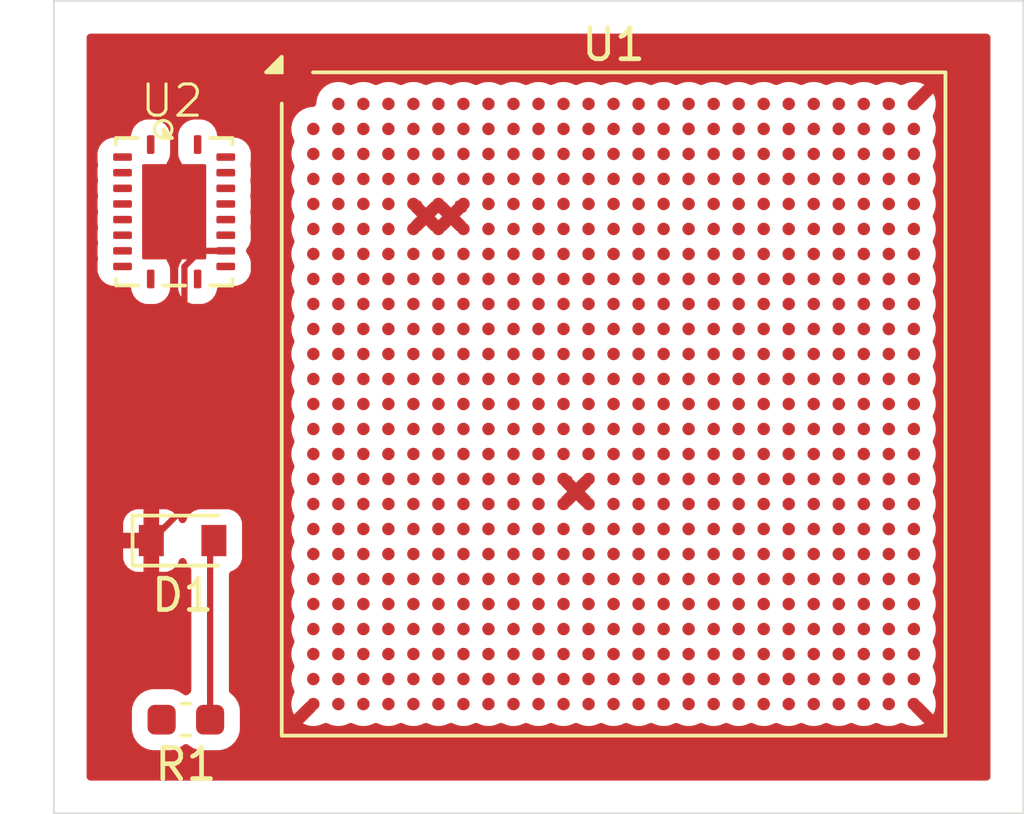
<source format=kicad_pcb>
(kicad_pcb (version 20241229) (generator "pcbnew") (generator_version "9.0")
  (layers (0 "F.Cu" signal) (2 "B.Cu" signal) (13 "F.Paste" user) (15 "B.Paste" user) (5 "F.SilkS" user "F.Silkscreen") (7 "B.SilkS" user "B.Silkscreen") (1 "F.Mask" user) (3 "B.Mask" user) (25 "Edge.Cuts" user))
  (net 0 "")
  (net 1 "GND")
  (net 2 "Net-(D1-A)")
  (net 3 "+5V")
  (net 4 "Net-(U1A-VDD_ARM23_CAP-PadH11)")
  (net 5 "Net-(U1A-VDD_HIGH_IN-PadH9)")
  (net 6 "Net-(U1A-VDD_ARM_IN-PadH14)")
  (net 9 "Net-(U1A-VDD_SOC_IN-PadH16)")
  (net 10 "Net-(U1A-VDD_ARM_CAP-PadH13)")
  (net 11 "Net-(U1A-VDD_ARM23_IN-PadK9)")
  (net 12 "Net-(U1A-VDD_HIGH_CAP-PadH10)")
  (net 14 "Net-(U1A-VDD_PU_CAP-PadH17)")
  (net 15 "Net-(U1A-VDD_SOC_CAP-PadR10)")
  (footprint "LED_SMD:LED_miniPLCC_2315" (layer "F.Cu") (at 115.12 97.77)
    (property "Reference" "D1")
    (property "Value" "LED")
  )
  (footprint "Capacitor_SMD:C_0603_1608Metric" (layer "F.Cu") (at 115.225 103.5 180)
    (property "Reference" "R1")
    (property "Value" "1K")
  )
  (footprint "TCAN_Library:TCAN4551-Q1" (layer "F.Cu") (at 114.764 87.258)
    (property "Reference" "U2")
    (property "Value" "TCAN4551-Q1")
  )
  (footprint "Package_BGA:BGA-624_21x21mm_Layout25x25_P0.8mm" (layer "F.Cu") (at 128.9 93.4)
    (property "Reference" "U1")
    (property "Value" "MCIMX6D4AVT")
  )
  (gr_rect (start 111 80.5) (end 142 106.5) (stroke (width 0.05)) (fill no) (layer "Edge.Cuts"))
  (segment (start 114.12 97.77) (end 115.179 96.711) (width 0.2) (layer "F.Cu") (net 1))
  (segment (start 115.179 96.711) (end 115.179 89.003226) (width 0.2) (layer "F.Cu") (net 1))
  (segment (start 115.682226 88.5) (end 116.5 88.5) (width 0.2) (layer "F.Cu") (net 1))
  (segment (start 115.179 89.003226) (end 115.682226 88.5) (width 0.2) (layer "F.Cu") (net 1))
  (segment (start 116 103.5) (end 116 97.89) (width 0.2) (layer "F.Cu") (net 2))
  (segment (start 116 97.89) (end 116.12 97.77) (width 0.2) (layer "F.Cu") (net 2))
  (zone (net 1) (net_name "GND") (layers "F.Cu" "B.Cu") (connect_pads (clearance 0.5)) (min_thickness 0.25) (fill yes (thermal_gap 0.5) (thermal_bridge_width 0.5))
    (polygon (pts (xy 112 81.5) (xy 141 81.5) (xy 141 105.5) (xy 112 105.5)))
  )
)
</source>
